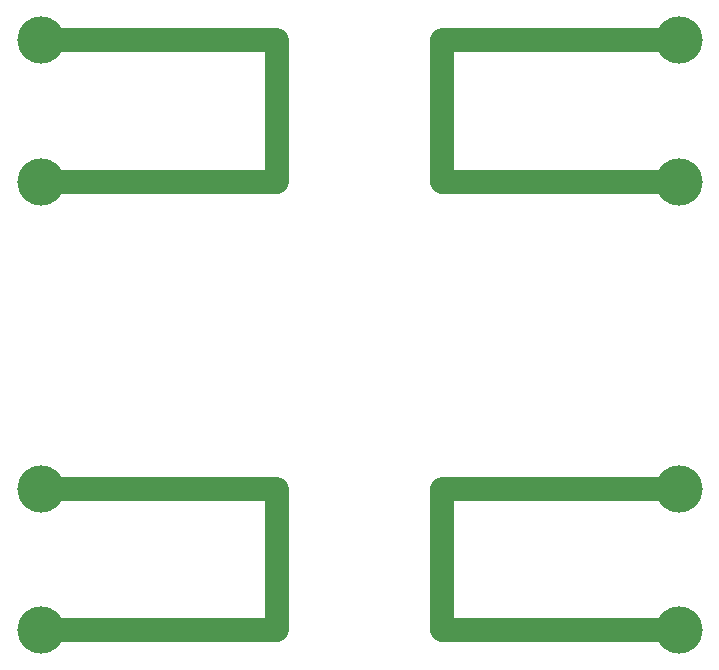
<source format=gtl>
%FSLAX21Y21*%
%MOMM*%
%ADD10C,2*%
%ADD11C,4*%
%LPD*%
D10*
X180Y60D02*
G01*
X380D01*
Y180D01*
X180D01*
D11*
Y60D03*
Y180D03*
D10*
X720D02*
X520D01*
Y60D01*
X720D01*
D11*
Y180D03*
Y60D03*
D10*
X180Y440D02*
X380D01*
Y560D01*
X180D01*
D11*
Y440D03*
Y560D03*
D10*
X720D02*
X520D01*
Y440D01*
X720D01*
D11*
Y560D03*
Y440D03*
M02*

</source>
